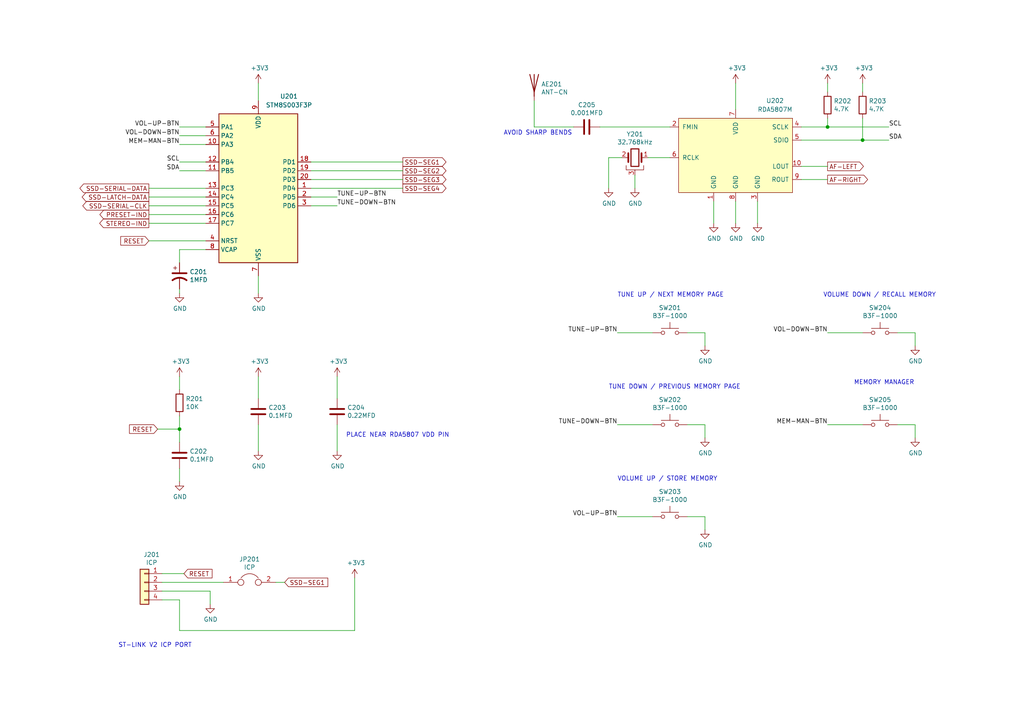
<source format=kicad_sch>
(kicad_sch (version 20231120) (generator "eeschema") (generator_version "8.0")
  (paper "A4")
  (title_block (title "Mini FM Radio Receiver") (date "2020-12-27") (rev "1.0.0") (company "Dilshan R Jayakody (4S6DRJ)") (comment 1 "https://github.com/dilshan/rda5807-fm-radio-module") (comment 2 "jayakody2000lk@gmail.com") (comment 3 "https://jayakody2000lk.blogspot.com"))
  (lib_symbols
    (symbol "Connector_Generic:Conn_01x04" (pin_names (offset 1.016) hide)
      (property "Reference" "J" (at 0 5.08 0))
      (property "Value" "Conn_01x04" (at 0 -7.62 0))
      (symbol "Conn_01x04_1_1"
        (rectangle (start -1.27 -4.953) (end 0 -5.207) (stroke (width 0.1524)))
        (rectangle (start -1.27 -2.413) (end 0 -2.667) (stroke (width 0.1524)))
        (rectangle (start -1.27 0.127) (end 0 -0.127) (stroke (width 0.1524)))
        (rectangle (start -1.27 2.667) (end 0 2.413) (stroke (width 0.1524)))
        (rectangle (start -1.27 3.81) (end 1.27 -6.35) (stroke (width 0.254)) (fill (type background)))
        (pin passive line (at -5.08 2.54 0) (length 3.81) (name "Pin_1") (number "1"))
        (pin passive line (at -5.08 0 0) (length 3.81) (name "Pin_2") (number "2"))
        (pin passive line (at -5.08 -2.54 0) (length 3.81) (name "Pin_3") (number "3"))
        (pin passive line (at -5.08 -5.08 0) (length 3.81) (name "Pin_4") (number "4"))
      )
    )
    (symbol "Device:Antenna" (pin_numbers hide) (pin_names (offset 1.016) hide)
      (property "Reference" "AE" (at -1.905 1.905 0))
      (property "Value" "Antenna" (at -1.905 0 0))
      (symbol "Antenna_0_1"
        (polyline (pts (xy 0 2.54) (xy 0 -3.81)) (stroke (width 0.254)))
        (polyline (pts (xy 1.27 2.54) (xy 0 -2.54) (xy -1.27 2.54)) (stroke (width 0.254)))
      )
      (symbol "Antenna_1_1"
        (pin input line (at 0 -5.08 90) (length 2.54) (name "A") (number "1"))
      )
    )
    (symbol "Device:C" (pin_numbers hide) (pin_names (offset 0.254))
      (property "Reference" "C" (at 0.635 2.54 0))
      (property "Value" "C" (at 0.635 -2.54 0))
      (symbol "C_0_1"
        (polyline (pts (xy -2.032 -0.762) (xy 2.032 -0.762)) (stroke (width 0.508)))
        (polyline (pts (xy -2.032 0.762) (xy 2.032 0.762)) (stroke (width 0.508)))
      )
      (symbol "C_1_1"
        (pin passive line (at 0 3.81 270) (length 2.794) (name "~") (number "1"))
        (pin passive line (at 0 -3.81 90) (length 2.794) (name "~") (number "2"))
      )
    )
    (symbol "Device:Crystal_GND3" (pin_names (offset 1.016) hide)
      (property "Reference" "Y" (at 0 5.715 0))
      (property "Value" "Crystal_GND3" (at 0 3.81 0))
      (symbol "Crystal_GND3_0_1"
        (rectangle (start -1.143 2.54) (end 1.143 -2.54) (stroke (width 0.3048)))
        (polyline (pts (xy -2.54 0) (xy -1.905 0)))
        (polyline (pts (xy -1.905 -1.27) (xy -1.905 1.27)) (stroke (width 0.508)))
        (polyline (pts (xy 0 -3.81) (xy 0 -3.556)))
        (polyline (pts (xy 1.905 0) (xy 2.54 0)))
        (polyline (pts (xy 1.905 1.27) (xy 1.905 -1.27)) (stroke (width 0.508)))
        (polyline (pts (xy -2.54 -2.286) (xy -2.54 -3.556) (xy 2.54 -3.556) (xy 2.54 -2.286)))
      )
      (symbol "Crystal_GND3_1_1"
        (pin passive line (at -3.81 0 0) (length 1.27) (name "1") (number "1"))
        (pin passive line (at 3.81 0 180) (length 1.27) (name "2") (number "2"))
        (pin passive line (at 0 -5.08 90) (length 1.27) (name "3") (number "3"))
      )
    )
    (symbol "Device:R" (pin_numbers hide) (pin_names (offset 0))
      (property "Reference" "R" (at 2.032 0 90))
      (property "Value" "R" (at 0 0 90))
      (symbol "R_0_1"
        (rectangle (start -1.016 -2.54) (end 1.016 2.54) (stroke (width 0.254)))
      )
      (symbol "R_1_1"
        (pin passive line (at 0 3.81 270) (length 1.27) (name "~") (number "1"))
        (pin passive line (at 0 -3.81 90) (length 1.27) (name "~") (number "2"))
      )
    )
    (symbol "MCU_ST_STM8:STM8S003F3P"
      (property "Reference" "U" (at 1.27 25.4 0))
      (property "Value" "STM8S003F3P" (at 1.27 22.86 0))
      (symbol "STM8S003F3P_0_1"
        (rectangle (start -11.43 21.59) (end 11.43 -21.59) (stroke (width 0.254)) (fill (type background)))
      )
      (symbol "STM8S003F3P_1_1"
        (pin bidirectional line (at 15.24 0 180) (length 3.81) (name "PD4") (number "1"))
        (pin bidirectional line (at -15.24 12.7 0) (length 3.81) (name "PA3") (number "10"))
        (pin bidirectional line (at -15.24 5.08 0) (length 3.81) (name "PB5") (number "11"))
        (pin bidirectional line (at -15.24 7.62 0) (length 3.81) (name "PB4") (number "12"))
        (pin bidirectional line (at -15.24 0 0) (length 3.81) (name "PC3") (number "13"))
        (pin bidirectional line (at -15.24 -2.54 0) (length 3.81) (name "PC4") (number "14"))
        (pin bidirectional line (at -15.24 -5.08 0) (length 3.81) (name "PC5") (number "15"))
        (pin bidirectional line (at -15.24 -7.62 0) (length 3.81) (name "PC6") (number "16"))
        (pin bidirectional line (at -15.24 -10.16 0) (length 3.81) (name "PC7") (number "17"))
        (pin bidirectional line (at 15.24 7.62 180) (length 3.81) (name "PD1") (number "18"))
        (pin bidirectional line (at 15.24 5.08 180) (length 3.81) (name "PD2") (number "19"))
        (pin bidirectional line (at 15.24 -2.54 180) (length 3.81) (name "PD5") (number "2"))
        (pin bidirectional line (at 15.24 2.54 180) (length 3.81) (name "PD3") (number "20"))
        (pin bidirectional line (at 15.24 -5.08 180) (length 3.81) (name "PD6") (number "3"))
        (pin input line (at -15.24 -15.24 0) (length 3.81) (name "NRST") (number "4"))
        (pin bidirectional line (at -15.24 17.78 0) (length 3.81) (name "PA1") (number "5"))
        (pin bidirectional line (at -15.24 15.24 0) (length 3.81) (name "PA2") (number "6"))
        (pin power_in line (at 0 -25.4 90) (length 3.81) (name "VSS") (number "7"))
        (pin passive line (at -15.24 -17.78 0) (length 3.81) (name "VCAP") (number "8"))
        (pin power_in line (at 0 25.4 270) (length 3.81) (name "VDD") (number "9"))
      )
    )
    (symbol "Switch:SW_Push" (pin_numbers hide) (pin_names (offset 1.016) hide)
      (property "Reference" "SW" (at 1.27 2.54 0))
      (property "Value" "SW_Push" (at 0 -1.524 0))
      (symbol "SW_Push_0_1"
        (circle (center -2.032 0) (radius 0.508))
        (polyline (pts (xy 0 1.27) (xy 0 3.048)))
        (polyline (pts (xy 2.54 1.27) (xy -2.54 1.27)))
        (circle (center 2.032 0) (radius 0.508))
        (pin passive line (at -5.08 0 0) (length 2.54) (name "1") (number "1"))
        (pin passive line (at 5.08 0 180) (length 2.54) (name "2") (number "2"))
      )
    )
    (symbol "micro-fm-radio-rescue:CP1-Device" (pin_numbers hide) (pin_names (offset 0.254) hide)
      (property "Reference" "C" (at 0.635 2.54 0))
      (property "Value" "CP1-Device" (at 0.635 -2.54 0))
      (symbol "CP1-Device_0_1"
        (polyline (pts (xy -2.032 0.762) (xy 2.032 0.762)) (stroke (width 0.508)))
        (polyline (pts (xy -1.778 2.286) (xy -0.762 2.286)))
        (polyline (pts (xy -1.27 1.778) (xy -1.27 2.794)))
        (arc (start 2.032 -1.27) (mid 0 -0.5572) (end -2.032 -1.27) (stroke (width 0.508)))
      )
      (symbol "CP1-Device_1_1"
        (pin passive line (at 0 3.81 270) (length 2.794) (name "~") (number "1"))
        (pin passive line (at 0 -3.81 90) (length 3.302) (name "~") (number "2"))
      )
    )
    (symbol "micro-fm-radio-rescue:Jumper-Device" (pin_names (offset 0.762) hide)
      (property "Reference" "JP" (at 0 3.81 0))
      (property "Value" "Jumper-Device" (at 0 -2.032 0))
      (symbol "Jumper-Device_0_1"
        (circle (center -2.54 0) (radius 0.889))
        (arc (start 2.5146 1.27) (mid 0.0078 2.5097) (end -2.4892 1.27))
        (circle (center 2.54 0) (radius 0.889))
        (pin passive line (at -7.62 0 0) (length 4.191) (name "1") (number "1"))
        (pin passive line (at 7.62 0 180) (length 4.191) (name "2") (number "2"))
      )
    )
    (symbol "micro-fm-radio:RDA5807M" (pin_names (offset 1.016))
      (property "Reference" "U" (at 17.78 15.24 0))
      (property "Value" "RDA5807M" (at 17.78 12.7 0))
      (symbol "RDA5807M_0_1"
        (rectangle (start -10.16 11.43) (end 22.86 -10.16) (fill (type background)))
      )
      (symbol "RDA5807M_1_1"
        (pin power_out line (at 0 -12.7 90) (length 2.54) (name "GND") (number "1"))
        (pin output line (at 25.4 -2.54 180) (length 2.54) (name "LOUT") (number "10"))
        (pin input line (at -12.7 8.89 0) (length 2.54) (name "FMIN") (number "2"))
        (pin power_out line (at 12.7 -12.7 90) (length 2.54) (name "GND") (number "3"))
        (pin input line (at 25.4 8.89 180) (length 2.54) (name "SCLK") (number "4"))
        (pin bidirectional line (at 25.4 5.08 180) (length 2.54) (name "SDIO") (number "5"))
        (pin input line (at -12.7 0 0) (length 2.54) (name "RCLK") (number "6"))
        (pin power_in line (at 6.35 13.97 270) (length 2.54) (name "VDD") (number "7"))
        (pin power_out line (at 6.35 -12.7 90) (length 2.54) (name "GND") (number "8"))
        (pin output line (at 25.4 -6.35 180) (length 2.54) (name "ROUT") (number "9"))
      )
    )
    (symbol "power:+3V3" (power) (pin_names (offset 0))
      (property "Value" "+3V3" (at 0 3.556 0))
      (symbol "+3V3_0_1"
        (polyline (pts (xy -0.762 1.27) (xy 0 2.54)))
        (polyline (pts (xy 0 0) (xy 0 2.54)))
        (polyline (pts (xy 0 2.54) (xy 0.762 1.27)))
      )
      (symbol "+3V3_1_1"
        (pin power_in line (at 0 0 90) (length 0) hide (name "+3V3") (number "1"))
      )
    )
    (symbol "power:GND" (power) (pin_names (offset 0))
      (property "Value" "GND" (at 0 -3.81 0))
      (symbol "GND_0_1"
        (polyline (pts (xy 0 0) (xy 0 -1.27) (xy 1.27 -1.27) (xy 0 -2.54) (xy -1.27 -1.27) (xy 0 -1.27)))
      )
      (symbol "GND_1_1"
        (pin power_in line (at 0 0 270) (length 0) hide (name "GND") (number "1"))
      )
    )
  )
  (junction (at 250.19 40.64))
  (junction (at 240.03 36.83))
  (junction (at 52.07 124.46))
  (wire (pts (xy 173.99 36.83) (xy 194.31 36.83)))
  (wire (pts (xy 97.79 109.22) (xy 97.79 115.57)))
  (wire (pts (xy 46.99 166.37) (xy 53.34 166.37)))
  (wire (pts (xy 232.41 40.64) (xy 250.19 40.64)))
  (wire (pts (xy 74.93 24.13) (xy 74.93 29.21)))
  (wire (pts (xy 59.69 57.15) (xy 43.18 57.15)))
  (wire (pts (xy 102.87 167.64) (xy 102.87 182.88)))
  (wire (pts (xy 90.17 49.53) (xy 116.84 49.53)))
  (wire (pts (xy 80.01 168.91) (xy 82.55 168.91)))
  (wire (pts (xy 97.79 123.19) (xy 97.79 130.81)))
  (wire (pts (xy 52.07 135.89) (xy 52.07 139.7)))
  (wire (pts (xy 179.07 149.86) (xy 189.23 149.86)))
  (wire (pts (xy 240.03 36.83) (xy 257.81 36.83)))
  (wire (pts (xy 184.15 50.8) (xy 184.15 54.61)))
  (wire (pts (xy 43.18 69.85) (xy 59.69 69.85)))
  (wire (pts (xy 74.93 80.01) (xy 74.93 85.09)))
  (wire (pts (xy 59.69 72.39) (xy 52.07 72.39)))
  (wire (pts (xy 176.53 54.61) (xy 176.53 45.72)))
  (wire (pts (xy 204.47 149.86) (xy 204.47 153.67)))
  (wire (pts (xy 240.03 48.26) (xy 232.41 48.26)))
  (wire (pts (xy 199.39 123.19) (xy 204.47 123.19)))
  (wire (pts (xy 52.07 36.83) (xy 59.69 36.83)))
  (wire (pts (xy 265.43 123.19) (xy 265.43 127)))
  (wire (pts (xy 250.19 24.13) (xy 250.19 26.67)))
  (wire (pts (xy 52.07 120.65) (xy 52.07 124.46)))
  (wire (pts (xy 97.79 59.69) (xy 90.17 59.69)))
  (wire (pts (xy 52.07 46.99) (xy 59.69 46.99)))
  (wire (pts (xy 240.03 96.52) (xy 250.19 96.52)))
  (wire (pts (xy 45.72 124.46) (xy 52.07 124.46)))
  (wire (pts (xy 90.17 52.07) (xy 116.84 52.07)))
  (wire (pts (xy 52.07 83.82) (xy 52.07 85.09)))
  (wire (pts (xy 60.96 171.45) (xy 60.96 175.26)))
  (wire (pts (xy 52.07 109.22) (xy 52.07 113.03)))
  (wire (pts (xy 199.39 149.86) (xy 204.47 149.86)))
  (wire (pts (xy 250.19 34.29) (xy 250.19 40.64)))
  (wire (pts (xy 213.36 24.13) (xy 213.36 31.75)))
  (wire (pts (xy 154.94 29.21) (xy 154.94 36.83)))
  (wire (pts (xy 240.03 123.19) (xy 250.19 123.19)))
  (wire (pts (xy 43.18 59.69) (xy 59.69 59.69)))
  (wire (pts (xy 154.94 36.83) (xy 166.37 36.83)))
  (wire (pts (xy 52.07 124.46) (xy 52.07 128.27)))
  (wire (pts (xy 199.39 96.52) (xy 204.47 96.52)))
  (wire (pts (xy 240.03 36.83) (xy 240.03 34.29)))
  (wire (pts (xy 43.18 54.61) (xy 59.69 54.61)))
  (wire (pts (xy 179.07 123.19) (xy 189.23 123.19)))
  (wire (pts (xy 59.69 62.23) (xy 43.18 62.23)))
  (wire (pts (xy 240.03 52.07) (xy 232.41 52.07)))
  (wire (pts (xy 204.47 123.19) (xy 204.47 127)))
  (wire (pts (xy 176.53 45.72) (xy 180.34 45.72)))
  (wire (pts (xy 179.07 96.52) (xy 189.23 96.52)))
  (wire (pts (xy 240.03 24.13) (xy 240.03 26.67)))
  (wire (pts (xy 260.35 123.19) (xy 265.43 123.19)))
  (wire (pts (xy 257.81 40.64) (xy 250.19 40.64)))
  (wire (pts (xy 43.18 64.77) (xy 59.69 64.77)))
  (wire (pts (xy 52.07 72.39) (xy 52.07 76.2)))
  (wire (pts (xy 213.36 58.42) (xy 213.36 64.77)))
  (wire (pts (xy 52.07 39.37) (xy 59.69 39.37)))
  (wire (pts (xy 52.07 49.53) (xy 59.69 49.53)))
  (wire (pts (xy 46.99 168.91) (xy 64.77 168.91)))
  (wire (pts (xy 260.35 96.52) (xy 265.43 96.52)))
  (wire (pts (xy 46.99 171.45) (xy 60.96 171.45)))
  (wire (pts (xy 52.07 182.88) (xy 52.07 173.99)))
  (wire (pts (xy 52.07 41.91) (xy 59.69 41.91)))
  (wire (pts (xy 187.96 45.72) (xy 194.31 45.72)))
  (wire (pts (xy 74.93 123.19) (xy 74.93 130.81)))
  (wire (pts (xy 52.07 173.99) (xy 46.99 173.99)))
  (wire (pts (xy 102.87 182.88) (xy 52.07 182.88)))
  (wire (pts (xy 90.17 54.61) (xy 116.84 54.61)))
  (wire (pts (xy 204.47 96.52) (xy 204.47 100.33)))
  (wire (pts (xy 90.17 46.99) (xy 116.84 46.99)))
  (wire (pts (xy 97.79 57.15) (xy 90.17 57.15)))
  (wire (pts (xy 207.01 58.42) (xy 207.01 64.77)))
  (wire (pts (xy 219.71 58.42) (xy 219.71 64.77)))
  (wire (pts (xy 265.43 96.52) (xy 265.43 100.33)))
  (wire (pts (xy 74.93 109.22) (xy 74.93 115.57)))
  (wire (pts (xy 240.03 36.83) (xy 232.41 36.83)))
  (text "PLACE NEAR RDA5807 VDD PIN" (at 100.33 127 0) (effects (font (size 1.27 1.27)) (justify left bottom)))
  (text "MEMORY MANAGER" (at 247.65 111.76 0) (effects (font (size 1.27 1.27)) (justify left bottom)))
  (text "TUNE UP / NEXT MEMORY PAGE" (at 179.07 86.36 0) (effects (font (size 1.27 1.27)) (justify left bottom)))
  (text "ST-LINK V2 ICP PORT" (at 34.29 187.96 0) (effects (font (size 1.27 1.27)) (justify left bottom)))
  (text "AVOID SHARP BENDS" (at 146.05 39.37 0) (effects (font (size 1.27 1.27)) (justify left bottom)))
  (text "VOLUME UP / STORE MEMORY" (at 179.07 139.7 0) (effects (font (size 1.27 1.27)) (justify left bottom)))
  (text "TUNE DOWN / PREVIOUS MEMORY PAGE" (at 176.53 113.03 0) (effects (font (size 1.27 1.27)) (justify left bottom)))
  (text "VOLUME DOWN / RECALL MEMORY" (at 238.76 86.36 0) (effects (font (size 1.27 1.27)) (justify left bottom)))
  (label "VOL-DOWN-BTN" (at 52.07 39.37 180))
  (label "VOL-UP-BTN" (at 179.07 149.86 180))
  (label "TUNE-DOWN-BTN" (at 97.79 59.69 0))
  (label "SCL" (at 52.07 46.99 180))
  (label "SDA" (at 257.81 40.64 0))
  (label "VOL-UP-BTN" (at 52.07 36.83 180))
  (label "TUNE-UP-BTN" (at 179.07 96.52 180))
  (label "SCL" (at 257.81 36.83 0))
  (label "MEM-MAN-BTN" (at 52.07 41.91 180))
  (label "TUNE-UP-BTN" (at 97.79 57.15 0))
  (label "SDA" (at 52.07 49.53 180))
  (label "VOL-DOWN-BTN" (at 240.03 96.52 180))
  (label "MEM-MAN-BTN" (at 240.03 123.19 180))
  (label "TUNE-DOWN-BTN" (at 179.07 123.19 180))
  (global_label "SSD-SEG1" (shape input) (at 82.55 168.91 0) (property "Intersheetrefs" "${INTERSHEET_REFS}" (effects (hide yes))))
  (global_label "SSD-SEG4" (shape output) (at 116.84 54.61 0) (property "Intersheetrefs" "${INTERSHEET_REFS}" (effects (hide yes))))
  (global_label "RESET" (shape input) (at 53.34 166.37 0) (property "Intersheetrefs" "${INTERSHEET_REFS}" (effects (hide yes))))
  (global_label "SSD-SEG1" (shape output) (at 116.84 46.99 0) (property "Intersheetrefs" "${INTERSHEET_REFS}" (effects (hide yes))))
  (global_label "SSD-SEG3" (shape output) (at 116.84 52.07 0) (property "Intersheetrefs" "${INTERSHEET_REFS}" (effects (hide yes))))
  (global_label "SSD-SERIAL-CLK" (shape output) (at 43.18 59.69 180) (property "Intersheetrefs" "${INTERSHEET_REFS}" (effects (hide yes))))
  (global_label "SSD-SERIAL-DATA" (shape output) (at 43.18 54.61 180) (property "Intersheetrefs" "${INTERSHEET_REFS}" (effects (hide yes))))
  (global_label "PRESET-IND" (shape output) (at 43.18 62.23 180) (property "Intersheetrefs" "${INTERSHEET_REFS}" (effects (hide yes))))
  (global_label "RESET" (shape input) (at 45.72 124.46 180) (property "Intersheetrefs" "${INTERSHEET_REFS}" (effects (hide yes))))
  (global_label "AF-RIGHT" (shape output) (at 240.03 52.07 0) (property "Intersheetrefs" "${INTERSHEET_REFS}" (effects (hide yes))))
  (global_label "STEREO-IND" (shape output) (at 43.18 64.77 180) (property "Intersheetrefs" "${INTERSHEET_REFS}" (effects (hide yes))))
  (global_label "SSD-SEG2" (shape output) (at 116.84 49.53 0) (property "Intersheetrefs" "${INTERSHEET_REFS}" (effects (hide yes))))
  (global_label "SSD-LATCH-DATA" (shape output) (at 43.18 57.15 180) (property "Intersheetrefs" "${INTERSHEET_REFS}" (effects (hide yes))))
  (global_label "RESET" (shape input) (at 43.18 69.85 180) (property "Intersheetrefs" "${INTERSHEET_REFS}" (effects (hide yes))))
  (global_label "AF-LEFT" (shape output) (at 240.03 48.26 0) (property "Intersheetrefs" "${INTERSHEET_REFS}" (effects (hide yes))))
  (symbol (lib_id "MCU_ST_STM8:STM8S003F3P") (at 74.93 54.61 0) (unit 1)
    (property "Reference" "U201" (at 83.82 27.94 0))
    (property "Value" "STM8S003F3P" (at 83.82 30.48 0))
    (property "Footprint" "Package_SO:TSSOP-20_4.4x6.5mm_P0.65mm" (effects (hide yes)))
    (property "Datasheet" "http://www.st.com/st-web-ui/static/active/en/resource/technical/document/datasheet/DM00024550.pdf" (effects (hide yes)))
  )
  (symbol (lib_id "power:GND") (at 74.93 85.09 0) (unit 1)
    (property "Reference" "#PWR0101" (effects (hide yes)))
    (property "Value" "GND" (at 75.057 89.4842 0))
  )
  (symbol (lib_id "power:+3V3") (at 74.93 24.13 0) (unit 1)
    (property "Reference" "#PWR0102" (effects (hide yes)))
    (property "Value" "+3V3" (at 75.311 19.7358 0))
  )
  (symbol (lib_id "Device:C") (at 170.18 36.83 270) (unit 1)
    (property "Reference" "C205" (at 170.18 30.4292 90))
    (property "Value" "0.001MFD" (at 170.18 32.7406 90))
    (property "Footprint" "Capacitor_SMD:C_0805_2012Metric_Pad1.18x1.45mm_HandSolder" (effects (hide yes)))
  )
  (symbol (lib_id "Device:Antenna") (at 154.94 24.13 0) (unit 1)
    (property "Reference" "AE201" (at 156.972 24.4094 0) (effects (justify left)))
    (property "Value" "ANT-CN" (at 156.972 26.7208 0) (effects (justify left)))
    (property "Footprint" "TestPoint:TestPoint_Loop_D2.50mm_Drill1.0mm" (effects (hide yes)))
  )
  (symbol (lib_id "micro-fm-radio-rescue:CP1-Device") (at 52.07 80.01 0) (unit 1)
    (property "Reference" "C201" (at 54.991 78.8416 0) (effects (justify left)))
    (property "Value" "1MFD" (at 54.991 81.153 0) (effects (justify left)))
    (property "Footprint" "Capacitor_SMD:C_0805_2012Metric_Pad1.18x1.45mm_HandSolder" (effects (hide yes)))
  )
  (symbol (lib_id "power:GND") (at 52.07 85.09 0) (unit 1)
    (property "Reference" "#PWR0103" (effects (hide yes)))
    (property "Value" "GND" (at 52.197 89.4842 0))
  )
  (symbol (lib_id "micro-fm-radio:RDA5807M") (at 207.01 45.72 0) (unit 1)
    (property "Reference" "U202" (at 224.79 29.21 0))
    (property "Value" "RDA5807M" (at 224.79 31.75 0))
    (property "Footprint" "Package_SO:MSOP-10_3x3mm_P0.5mm" (effects (hide yes)))
    (property "Datasheet" "https://datasheet.lcsc.com/szlcsc/1903041501_RDA-Microelectronics-RDA5807M_C82537.pdf" (effects (hide yes)))
  )
  (symbol (lib_id "Device:R") (at 240.03 30.48 0) (unit 1)
    (property "Reference" "R202" (at 241.808 29.3116 0) (effects (justify left)))
    (property "Value" "4.7K" (at 241.808 31.623 0) (effects (justify left)))
    (property "Footprint" "Resistor_SMD:R_0805_2012Metric_Pad1.20x1.40mm_HandSolder" (effects (hide yes)))
  )
  (symbol (lib_id "Device:R") (at 250.19 30.48 0) (unit 1)
    (property "Reference" "R203" (at 251.968 29.3116 0) (effects (justify left)))
    (property "Value" "4.7K" (at 251.968 31.623 0) (effects (justify left)))
    (property "Footprint" "Resistor_SMD:R_0805_2012Metric_Pad1.20x1.40mm_HandSolder" (effects (hide yes)))
  )
  (symbol (lib_id "power:+3V3") (at 240.03 24.13 0) (unit 1)
    (property "Reference" "#PWR0218" (effects (hide yes)))
    (property "Value" "+3V3" (at 240.411 19.7358 0))
  )
  (symbol (lib_id "power:+3V3") (at 250.19 24.13 0) (unit 1)
    (property "Reference" "#PWR0219" (effects (hide yes)))
    (property "Value" "+3V3" (at 250.571 19.7358 0))
  )
  (symbol (lib_id "power:GND") (at 207.01 64.77 0) (unit 1)
    (property "Reference" "#PWR0214" (effects (hide yes)))
    (property "Value" "GND" (at 207.137 69.1642 0))
  )
  (symbol (lib_id "power:GND") (at 213.36 64.77 0) (unit 1)
    (property "Reference" "#PWR0216" (effects (hide yes)))
    (property "Value" "GND" (at 213.487 69.1642 0))
  )
  (symbol (lib_id "power:GND") (at 219.71 64.77 0) (unit 1)
    (property "Reference" "#PWR0217" (effects (hide yes)))
    (property "Value" "GND" (at 219.837 69.1642 0))
  )
  (symbol (lib_id "power:+3V3") (at 213.36 24.13 0) (unit 1)
    (property "Reference" "#PWR0215" (effects (hide yes)))
    (property "Value" "+3V3" (at 213.741 19.7358 0))
  )
  (symbol (lib_id "Device:Crystal_GND3") (at 184.15 45.72 0) (mirror y) (unit 1)
    (property "Reference" "Y201" (at 184.15 38.9128 0))
    (property "Value" "32.768kHz" (at 184.15 41.2242 0))
    (property "Footprint" "Crystal:Crystal_C38-LF_D3.0mm_L8.0mm_Horizontal_1EP_style2" (effects (hide yes)))
  )
  (symbol (lib_id "power:GND") (at 184.15 54.61 0) (unit 1)
    (property "Reference" "#PWR0210" (effects (hide yes)))
    (property "Value" "GND" (at 184.277 59.0042 0))
  )
  (symbol (lib_id "power:GND") (at 176.53 54.61 0) (unit 1)
    (property "Reference" "#PWR0209" (effects (hide yes)))
    (property "Value" "GND" (at 176.657 59.0042 0))
  )
  (symbol (lib_id "Device:C") (at 52.07 132.08 0) (unit 1)
    (property "Reference" "C202" (at 54.991 130.9116 0) (effects (justify left)))
    (property "Value" "0.1MFD" (at 54.991 133.223 0) (effects (justify left)))
    (property "Footprint" "Capacitor_SMD:C_0805_2012Metric_Pad1.18x1.45mm_HandSolder" (effects (hide yes)))
  )
  (symbol (lib_id "Device:R") (at 52.07 116.84 0) (unit 1)
    (property "Reference" "R201" (at 53.848 115.6716 0) (effects (justify left)))
    (property "Value" "10K" (at 53.848 117.983 0) (effects (justify left)))
    (property "Footprint" "Resistor_SMD:R_0805_2012Metric_Pad1.20x1.40mm_HandSolder" (effects (hide yes)))
  )
  (symbol (lib_id "power:+3V3") (at 52.07 109.22 0) (unit 1)
    (property "Reference" "#PWR0201" (effects (hide yes)))
    (property "Value" "+3V3" (at 52.451 104.8258 0))
  )
  (symbol (lib_id "power:GND") (at 52.07 139.7 0) (unit 1)
    (property "Reference" "#PWR0202" (effects (hide yes)))
    (property "Value" "GND" (at 52.197 144.0942 0))
  )
  (symbol (lib_id "Switch:SW_Push") (at 194.31 96.52 0) (unit 1)
    (property "Reference" "SW201" (at 194.31 89.281 0))
    (property "Value" "B3F-1000" (at 194.31 91.5924 0))
    (property "Footprint" "Button_Switch_THT:SW_PUSH_6mm" (effects (hide yes)))
  )
  (symbol (lib_id "power:GND") (at 204.47 100.33 0) (unit 1)
    (property "Reference" "#PWR0211" (effects (hide yes)))
    (property "Value" "GND" (at 204.597 104.7242 0))
  )
  (symbol (lib_id "Switch:SW_Push") (at 194.31 123.19 0) (unit 1)
    (property "Reference" "SW202" (at 194.31 115.951 0))
    (property "Value" "B3F-1000" (at 194.31 118.2624 0))
    (property "Footprint" "Button_Switch_THT:SW_PUSH_6mm" (effects (hide yes)))
  )
  (symbol (lib_id "power:GND") (at 204.47 127 0) (unit 1)
    (property "Reference" "#PWR0212" (effects (hide yes)))
    (property "Value" "GND" (at 204.597 131.3942 0))
  )
  (symbol (lib_id "Switch:SW_Push") (at 194.31 149.86 0) (unit 1)
    (property "Reference" "SW203" (at 194.31 142.621 0))
    (property "Value" "B3F-1000" (at 194.31 144.9324 0))
    (property "Footprint" "Button_Switch_THT:SW_PUSH_6mm" (effects (hide yes)))
  )
  (symbol (lib_id "power:GND") (at 204.47 153.67 0) (unit 1)
    (property "Reference" "#PWR0213" (effects (hide yes)))
    (property "Value" "GND" (at 204.597 158.0642 0))
  )
  (symbol (lib_id "Switch:SW_Push") (at 255.27 96.52 0) (unit 1)
    (property "Reference" "SW204" (at 255.27 89.281 0))
    (property "Value" "B3F-1000" (at 255.27 91.5924 0))
    (property "Footprint" "Button_Switch_THT:SW_PUSH_6mm" (effects (hide yes)))
  )
  (symbol (lib_id "power:GND") (at 265.43 100.33 0) (unit 1)
    (property "Reference" "#PWR0220" (effects (hide yes)))
    (property "Value" "GND" (at 265.557 104.7242 0))
  )
  (symbol (lib_id "Switch:SW_Push") (at 255.27 123.19 0) (unit 1)
    (property "Reference" "SW205" (at 255.27 115.951 0))
    (property "Value" "B3F-1000" (at 255.27 118.2624 0))
    (property "Footprint" "Button_Switch_THT:SW_PUSH_6mm" (effects (hide yes)))
  )
  (symbol (lib_id "power:GND") (at 265.43 127 0) (unit 1)
    (property "Reference" "#PWR0221" (effects (hide yes)))
    (property "Value" "GND" (at 265.557 131.3942 0))
  )
  (symbol (lib_id "Device:C") (at 74.93 119.38 0) (unit 1)
    (property "Reference" "C203" (at 77.851 118.2116 0) (effects (justify left)))
    (property "Value" "0.1MFD" (at 77.851 120.523 0) (effects (justify left)))
    (property "Footprint" "Capacitor_SMD:C_0805_2012Metric_Pad1.18x1.45mm_HandSolder" (effects (hide yes)))
  )
  (symbol (lib_id "power:+3V3") (at 74.93 109.22 0) (unit 1)
    (property "Reference" "#PWR0204" (effects (hide yes)))
    (property "Value" "+3V3" (at 75.311 104.8258 0))
  )
  (symbol (lib_id "power:GND") (at 74.93 130.81 0) (unit 1)
    (property "Reference" "#PWR0205" (effects (hide yes)))
    (property "Value" "GND" (at 75.057 135.2042 0))
  )
  (symbol (lib_id "Device:C") (at 97.79 119.38 0) (unit 1)
    (property "Reference" "C204" (at 100.711 118.2116 0) (effects (justify left)))
    (property "Value" "0.22MFD" (at 100.711 120.523 0) (effects (justify left)))
    (property "Footprint" "Capacitor_SMD:C_0805_2012Metric_Pad1.18x1.45mm_HandSolder" (effects (hide yes)))
  )
  (symbol (lib_id "power:+3V3") (at 97.79 109.22 0) (unit 1)
    (property "Reference" "#PWR0206" (effects (hide yes)))
    (property "Value" "+3V3" (at 98.171 104.8258 0))
  )
  (symbol (lib_id "power:GND") (at 97.79 130.81 0) (unit 1)
    (property "Reference" "#PWR0207" (effects (hide yes)))
    (property "Value" "GND" (at 97.917 135.2042 0))
  )
  (symbol (lib_id "Connector_Generic:Conn_01x04") (at 41.91 168.91 0) (mirror y) (unit 1)
    (property "Reference" "J201" (at 43.9928 160.8582 0))
    (property "Value" "ICP" (at 43.9928 163.1696 0))
    (property "Footprint" "elect-footprints:pogo-2.54mmx4" (effects (hide yes)))
  )
  (symbol (lib_id "micro-fm-radio-rescue:Jumper-Device") (at 72.39 168.91 0) (unit 1)
    (property "Reference" "JP201" (at 72.39 162.2044 0))
    (property "Value" "ICP" (at 72.39 164.5158 0))
    (property "Footprint" "Jumper:SolderJumper-2_P1.3mm_Bridged_Pad1.0x1.5mm" (effects (hide yes)))
  )
  (symbol (lib_id "power:GND") (at 60.96 175.26 0) (unit 1)
    (property "Reference" "#PWR0203" (effects (hide yes)))
    (property "Value" "GND" (at 61.087 179.6542 0))
  )
  (symbol (lib_id "power:+3V3") (at 102.87 167.64 0) (unit 1)
    (property "Reference" "#PWR0208" (effects (hide yes)))
    (property "Value" "+3V3" (at 103.251 163.2458 0))
  )
)
</source>
